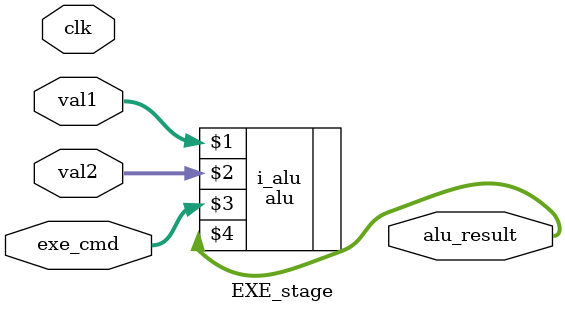
<source format=v>
module EXE_stage
	(
		input clk,
		input[3:0] exe_cmd,
		input[31:0] val1,
		input[31:0] val2,
		
		output[31:0] alu_result
	);
	
	alu i_alu(
		val1,
		val2,
		exe_cmd,
		alu_result
	);

endmodule
</source>
